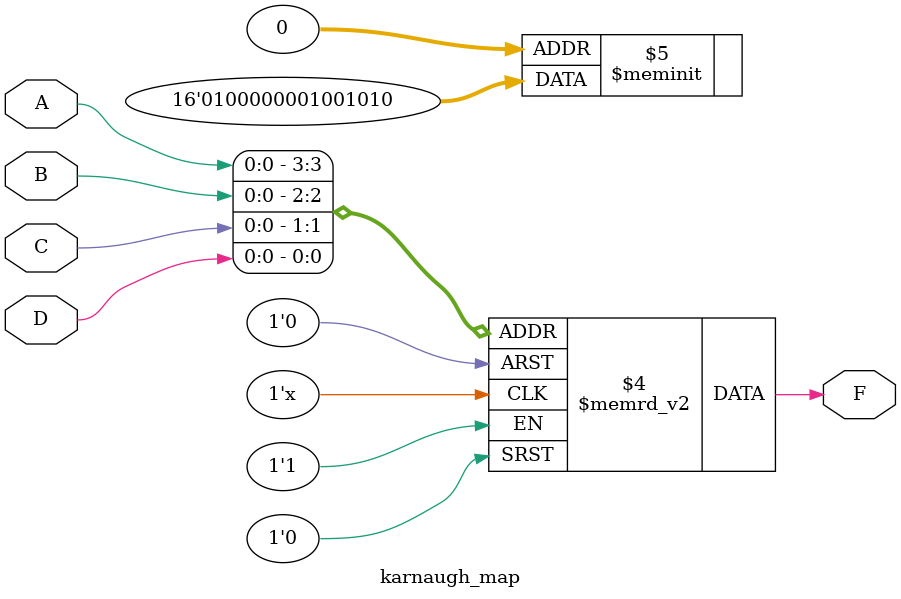
<source format=v>
module karnaugh_map(
  input wire A, B, C, D, // 4-bit input variables
  output reg F // 1-bit output variable
);

  always @(*) begin
    case ({A,B,C,D})
      4'b0000: F = 1'b0;
      4'b0001: F = 1'b1;
      4'b0010: F = 1'b0;
      4'b0011: F = 1'b1;
      4'b0110: F = 1'b1;
      4'b0111: F = 1'b0;
      4'b1110: F = 1'b1;
      4'b1111: F = 1'b0;
      default: F = 1'b0;
    endcase
  end

endmodule
</source>
